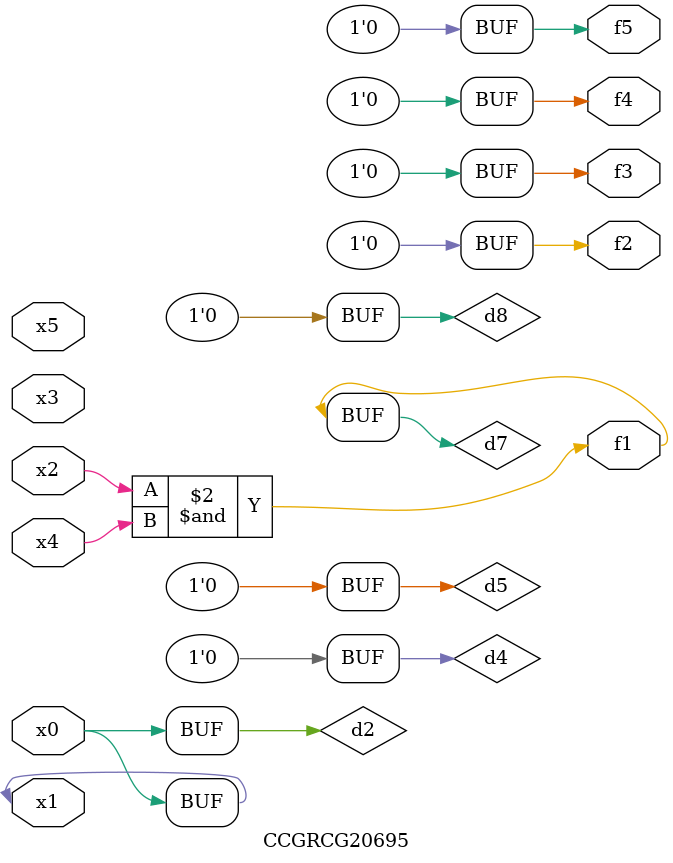
<source format=v>
module CCGRCG20695(
	input x0, x1, x2, x3, x4, x5,
	output f1, f2, f3, f4, f5
);

	wire d1, d2, d3, d4, d5, d6, d7, d8, d9;

	nand (d1, x1);
	buf (d2, x0, x1);
	nand (d3, x2, x4);
	and (d4, d1, d2);
	and (d5, d1, d2);
	nand (d6, d1, d3);
	not (d7, d3);
	xor (d8, d5);
	nor (d9, d5, d6);
	assign f1 = d7;
	assign f2 = d8;
	assign f3 = d8;
	assign f4 = d8;
	assign f5 = d8;
endmodule

</source>
